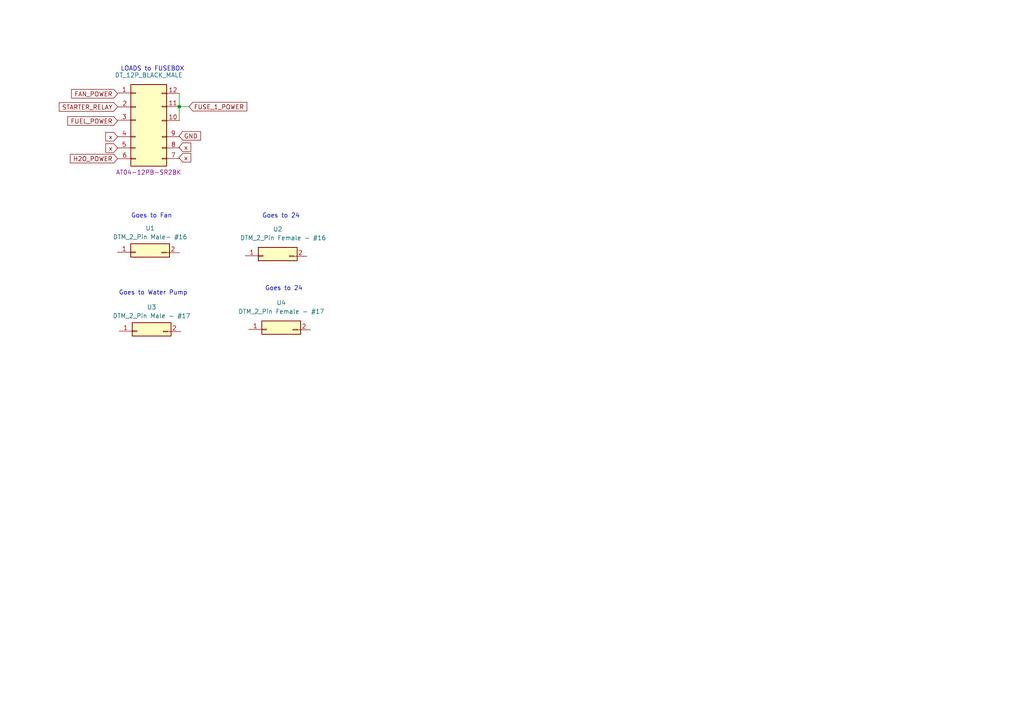
<source format=kicad_sch>
(kicad_sch (version 20230121) (generator eeschema)
  (paper "A4")
  (lib_symbols
    (symbol "SCR23 Library:DTM04-12pb" (pin_names hide)
      (property "Reference" "U" (at 0.0508 16.3068 0))
      (property "Value" "DTM04-12pb" (at 0.0508 -14.986 0))
      (symbol "DTM04-12pb_1_1"
        (rectangle (start -4.9276 -5.4864) (end -3.6576 -5.7404) (stroke (width 0.1524)))
        (rectangle (start -4.9022 12.7508) (end 5.4864 -10.8966) (stroke (width 0.254)) (fill (type background)))
        (rectangle (start -4.8768 -2.2352) (end -3.6068 -2.4892) (stroke (width 0.1524)))
        (rectangle (start -4.8006 2.5654) (end -3.5306 2.3114) (stroke (width 0.1524)))
        (rectangle (start -4.8006 10.414) (end -3.5306 10.16) (stroke (width 0.1524)))
        (rectangle (start -4.7752 -8.6106) (end -3.5052 -8.8646) (stroke (width 0.1524)))
        (rectangle (start -4.7752 6.4008) (end -3.5052 6.1468) (stroke (width 0.1524)))
        (rectangle (start 5.3594 10.3378) (end 4.0894 10.0838) (stroke (width 0.1524)))
        (rectangle (start 5.3848 6.5024) (end 4.1148 6.2484) (stroke (width 0.1524)))
        (rectangle (start 5.4102 2.4384) (end 4.1402 2.1844) (stroke (width 0.1524)))
        (rectangle (start 5.4356 -8.5852) (end 4.1656 -8.8392) (stroke (width 0.1524)))
        (rectangle (start 5.4356 -5.4864) (end 4.1656 -5.7404) (stroke (width 0.1524)))
        (rectangle (start 5.4356 -2.2606) (end 4.1656 -2.5146) (stroke (width 0.1524)))
        (pin passive line (at -8.7122 10.3124 0) (length 3.81) (name "Pin_1") (number "1"))
        (pin passive line (at 9.2202 2.3368 180) (length 3.81) (name "Pin_10") (number "10"))
        (pin passive line (at 9.2202 6.4008 180) (length 3.81) (name "Pin_11") (number "11"))
        (pin passive line (at 9.2202 10.1854 180) (length 3.81) (name "Pin_12") (number "12"))
        (pin passive line (at -8.5852 6.2738 0) (length 3.81) (name "Pin_2") (number "2"))
        (pin passive line (at -8.6868 2.4384 0) (length 3.81) (name "Pin_3") (number "3"))
        (pin passive line (at -8.6868 -2.3622 0) (length 3.81) (name "Pin_4") (number "4"))
        (pin passive line (at -8.7376 -5.6134 0) (length 3.81) (name "Pin_5") (number "5"))
        (pin passive line (at -8.5852 -8.7376 0) (length 3.81) (name "Pin_6") (number "6"))
        (pin passive line (at 9.3218 -8.6868 180) (length 3.81) (name "Pin_7") (number "7"))
        (pin passive line (at 9.3472 -5.6134 180) (length 3.81) (name "Pin_8") (number "8"))
        (pin passive line (at 9.2964 -2.3622 180) (length 3.81) (name "Pin_9") (number "9"))
      )
    )
    (symbol "SCR23 Library:DTM_2_Pin" (pin_names hide)
      (property "Reference" "U" (at 0.0508 16.3068 0))
      (property "Value" "DTM_2_Pin" (at 1.27 6.35 0))
      (symbol "DTM_2_Pin_1_1"
        (rectangle (start -4.9022 12.7508) (end 6.35 8.89) (stroke (width 0.254)) (fill (type background)))
        (rectangle (start -4.8006 10.414) (end -3.5306 10.16) (stroke (width 0.1524)))
        (rectangle (start 5.3594 10.3378) (end 4.0894 10.0838) (stroke (width 0.1524)))
        (pin passive line (at -8.7122 10.3124 0) (length 3.81) (name "Pin_1") (number "1"))
        (pin passive line (at 9.2202 10.1854 180) (length 3.81) (name "Pin_2") (number "2"))
      )
    )
  )
  (junction (at 51.9938 30.9372))
  (wire (pts (xy 54.7878 30.9372) (xy 51.9938 30.9372)))
  (wire (pts (xy 51.9938 30.9372) (xy 51.9938 35.0012)))
  (wire (pts (xy 51.9938 27.1272) (xy 51.9938 30.9372)))
  (text "Goes to Water Pump" (at 34.4424 85.7504 0) (effects (font (size 1.27 1.27)) (justify left bottom)))
  (text "LOADS to FUSEBOX" (at 34.9758 20.7772 0) (effects (font (size 1.27 1.27)) (justify left bottom)))
  (text "Goes to 24\n" (at 76.8604 84.4804 0) (effects (font (size 1.27 1.27)) (justify left bottom)))
  (text "Goes to Fan\n" (at 37.9984 63.3984 0) (effects (font (size 1.27 1.27)) (justify left bottom)))
  (text "Goes to 24\n" (at 76.0222 63.4238 0) (effects (font (size 1.27 1.27)) (justify left bottom)))
  (global_label "x" (shape input) (at 34.1122 39.6494 180) (property "Intersheetrefs" "${INTERSHEET_REFS}" (effects hide)))
  (global_label "STARTER_RELAY" (shape input) (at 34.1122 31.0134 180) (property "Intersheetrefs" "${INTERSHEET_REFS}" (effects hide)))
  (global_label "GND" (shape input) (at 51.8922 39.3954 0) (property "Intersheetrefs" "${INTERSHEET_REFS}" (effects hide)))
  (global_label "FUSE_1_POWER" (shape input) (at 54.7878 30.9372 0) (property "Intersheetrefs" "${INTERSHEET_REFS}" (effects hide)))
  (global_label "FAN_POWER" (shape input) (at 34.1122 27.2034 180) (property "Intersheetrefs" "${INTERSHEET_REFS}" (effects hide)))
  (global_label "x" (shape input) (at 34.1122 42.9514 180) (property "Intersheetrefs" "${INTERSHEET_REFS}" (effects hide)))
  (global_label "x" (shape input) (at 51.8922 45.7454 0) (property "Intersheetrefs" "${INTERSHEET_REFS}" (effects hide)))
  (global_label "x" (shape input) (at 51.8922 42.6974 0) (property "Intersheetrefs" "${INTERSHEET_REFS}" (effects hide)))
  (global_label "H2O_POWER" (shape input) (at 34.1122 45.9994 180) (property "Intersheetrefs" "${INTERSHEET_REFS}" (effects hide)))
  (global_label "FUEL_POWER" (shape input) (at 34.1122 35.0774 180) (property "Intersheetrefs" "${INTERSHEET_REFS}" (effects hide)))
  (symbol (lib_id "SCR23 Library:DTM04-12pb") (at 42.8498 37.2872 0) (unit 1)
    (property "Reference" "U?" (effects hide))
    (property "Value" "DT_12P_BLACK_MALE" (at 43.1419 21.7932 0))
    (property "Part #" "AT04-12PB-SR2BK" (at 43.1038 49.9872 0))
  )
  (symbol (lib_id "SCR23 Library:DTM_2_Pin") (at 42.8244 83.4644 0) (unit 1)
    (property "Reference" "U1" (at 43.5483 66.1924 0))
    (property "Value" "DTM_2_Pin Male- #16" (at 43.5483 68.7324 0))
  )
  (symbol (lib_id "SCR23 Library:DTM_2_Pin") (at 43.2562 106.3498 0) (unit 1)
    (property "Reference" "U3" (at 43.9801 89.0778 0))
    (property "Value" "DTM_2_Pin Male - #17" (at 43.9801 91.6178 0))
    (instances (project "F22 V2 Wiring Schematic" (path "" (reference "U3") (unit 1)) (path "" (reference "U2") (unit 1))))
  )
  (symbol (lib_id "SCR23 Library:DTM_2_Pin") (at 79.8322 84.5058 0) (unit 1)
    (property "Reference" "U2" (at 80.5561 66.4718 0))
    (property "Value" "DTM_2_Pin Female - #16" (at 82.1182 69.0118 0))
    (instances (project "F22 V2 Wiring Schematic" (path "" (reference "U2") (unit 1)) (path "" (reference "U3") (unit 1))))
  )
  (symbol (lib_id "SCR23 Library:DTM_2_Pin") (at 80.8482 105.8418 0) (unit 1)
    (property "Reference" "U4" (at 81.5721 87.8078 0))
    (property "Value" "DTM_2_Pin Female - #17" (at 81.5721 90.3478 0))
  )
)
</source>
